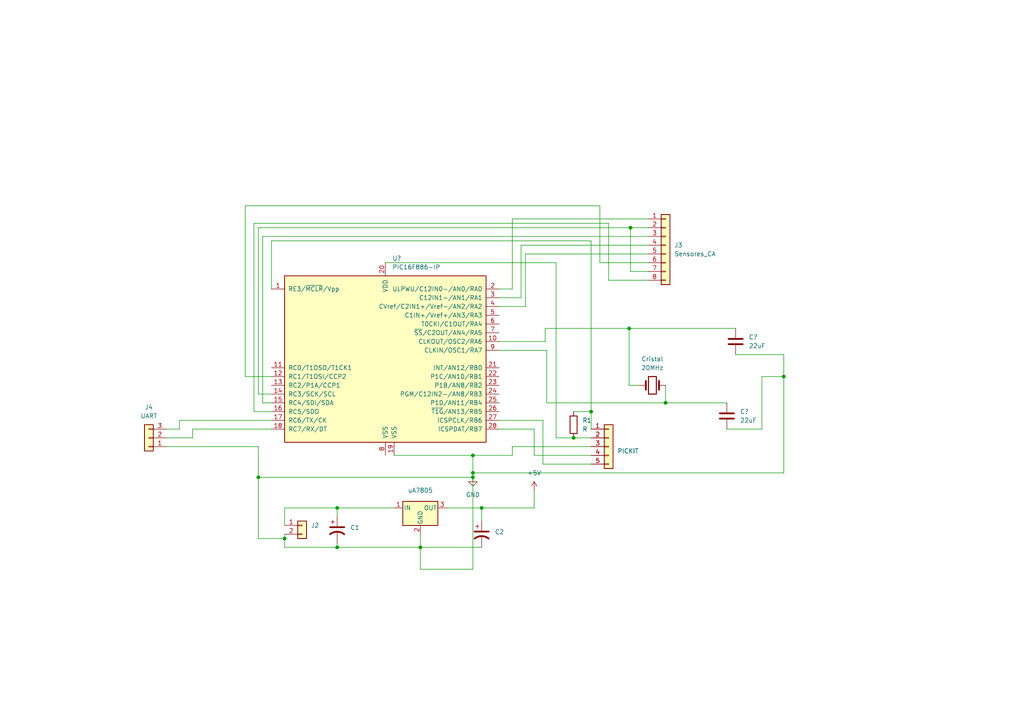
<source format=kicad_sch>
(kicad_sch (version 20230121) (generator eeschema)

  (uuid a64528bd-9400-42f2-b76e-bd362f66e6fd)

  (paper "A4")

  (lib_symbols
    (symbol "Connector_Generic:Conn_01x02" (pin_names (offset 1.016) hide) (in_bom yes) (on_board yes)
      (property "Reference" "J" (at 0 2.54 0)
        (effects (font (size 1.27 1.27)))
      )
      (property "Value" "Conn_01x02" (at 0 -5.08 0)
        (effects (font (size 1.27 1.27)))
      )
      (property "Footprint" "" (at 0 0 0)
        (effects (font (size 1.27 1.27)) hide)
      )
      (property "Datasheet" "~" (at 0 0 0)
        (effects (font (size 1.27 1.27)) hide)
      )
      (property "ki_keywords" "connector" (at 0 0 0)
        (effects (font (size 1.27 1.27)) hide)
      )
      (property "ki_description" "Generic connector, single row, 01x02, script generated (kicad-library-utils/schlib/autogen/connector/)" (at 0 0 0)
        (effects (font (size 1.27 1.27)) hide)
      )
      (property "ki_fp_filters" "Connector*:*_1x??_*" (at 0 0 0)
        (effects (font (size 1.27 1.27)) hide)
      )
      (symbol "Conn_01x02_1_1"
        (rectangle (start -1.27 -2.413) (end 0 -2.667)
          (stroke (width 0.1524) (type default))
          (fill (type none))
        )
        (rectangle (start -1.27 0.127) (end 0 -0.127)
          (stroke (width 0.1524) (type default))
          (fill (type none))
        )
        (rectangle (start -1.27 1.27) (end 1.27 -3.81)
          (stroke (width 0.254) (type default))
          (fill (type background))
        )
        (pin passive line (at -5.08 0 0) (length 3.81)
          (name "Pin_1" (effects (font (size 1.27 1.27))))
          (number "1" (effects (font (size 1.27 1.27))))
        )
        (pin passive line (at -5.08 -2.54 0) (length 3.81)
          (name "Pin_2" (effects (font (size 1.27 1.27))))
          (number "2" (effects (font (size 1.27 1.27))))
        )
      )
    )
    (symbol "Connector_Generic:Conn_01x03" (pin_names (offset 1.016) hide) (in_bom yes) (on_board yes)
      (property "Reference" "J" (at 0 5.08 0)
        (effects (font (size 1.27 1.27)))
      )
      (property "Value" "Conn_01x03" (at 0 -5.08 0)
        (effects (font (size 1.27 1.27)))
      )
      (property "Footprint" "" (at 0 0 0)
        (effects (font (size 1.27 1.27)) hide)
      )
      (property "Datasheet" "~" (at 0 0 0)
        (effects (font (size 1.27 1.27)) hide)
      )
      (property "ki_keywords" "connector" (at 0 0 0)
        (effects (font (size 1.27 1.27)) hide)
      )
      (property "ki_description" "Generic connector, single row, 01x03, script generated (kicad-library-utils/schlib/autogen/connector/)" (at 0 0 0)
        (effects (font (size 1.27 1.27)) hide)
      )
      (property "ki_fp_filters" "Connector*:*_1x??_*" (at 0 0 0)
        (effects (font (size 1.27 1.27)) hide)
      )
      (symbol "Conn_01x03_1_1"
        (rectangle (start -1.27 -2.413) (end 0 -2.667)
          (stroke (width 0.1524) (type default))
          (fill (type none))
        )
        (rectangle (start -1.27 0.127) (end 0 -0.127)
          (stroke (width 0.1524) (type default))
          (fill (type none))
        )
        (rectangle (start -1.27 2.667) (end 0 2.413)
          (stroke (width 0.1524) (type default))
          (fill (type none))
        )
        (rectangle (start -1.27 3.81) (end 1.27 -3.81)
          (stroke (width 0.254) (type default))
          (fill (type background))
        )
        (pin passive line (at -5.08 2.54 0) (length 3.81)
          (name "Pin_1" (effects (font (size 1.27 1.27))))
          (number "1" (effects (font (size 1.27 1.27))))
        )
        (pin passive line (at -5.08 0 0) (length 3.81)
          (name "Pin_2" (effects (font (size 1.27 1.27))))
          (number "2" (effects (font (size 1.27 1.27))))
        )
        (pin passive line (at -5.08 -2.54 0) (length 3.81)
          (name "Pin_3" (effects (font (size 1.27 1.27))))
          (number "3" (effects (font (size 1.27 1.27))))
        )
      )
    )
    (symbol "Connector_Generic:Conn_01x05" (pin_names (offset 1.016) hide) (in_bom yes) (on_board yes)
      (property "Reference" "J" (at 0 7.62 0)
        (effects (font (size 1.27 1.27)))
      )
      (property "Value" "Conn_01x05" (at 0 -7.62 0)
        (effects (font (size 1.27 1.27)))
      )
      (property "Footprint" "" (at 0 0 0)
        (effects (font (size 1.27 1.27)) hide)
      )
      (property "Datasheet" "~" (at 0 0 0)
        (effects (font (size 1.27 1.27)) hide)
      )
      (property "ki_keywords" "connector" (at 0 0 0)
        (effects (font (size 1.27 1.27)) hide)
      )
      (property "ki_description" "Generic connector, single row, 01x05, script generated (kicad-library-utils/schlib/autogen/connector/)" (at 0 0 0)
        (effects (font (size 1.27 1.27)) hide)
      )
      (property "ki_fp_filters" "Connector*:*_1x??_*" (at 0 0 0)
        (effects (font (size 1.27 1.27)) hide)
      )
      (symbol "Conn_01x05_1_1"
        (rectangle (start -1.27 -4.953) (end 0 -5.207)
          (stroke (width 0.1524) (type default))
          (fill (type none))
        )
        (rectangle (start -1.27 -2.413) (end 0 -2.667)
          (stroke (width 0.1524) (type default))
          (fill (type none))
        )
        (rectangle (start -1.27 0.127) (end 0 -0.127)
          (stroke (width 0.1524) (type default))
          (fill (type none))
        )
        (rectangle (start -1.27 2.667) (end 0 2.413)
          (stroke (width 0.1524) (type default))
          (fill (type none))
        )
        (rectangle (start -1.27 5.207) (end 0 4.953)
          (stroke (width 0.1524) (type default))
          (fill (type none))
        )
        (rectangle (start -1.27 6.35) (end 1.27 -6.35)
          (stroke (width 0.254) (type default))
          (fill (type background))
        )
        (pin passive line (at -5.08 5.08 0) (length 3.81)
          (name "Pin_1" (effects (font (size 1.27 1.27))))
          (number "1" (effects (font (size 1.27 1.27))))
        )
        (pin passive line (at -5.08 2.54 0) (length 3.81)
          (name "Pin_2" (effects (font (size 1.27 1.27))))
          (number "2" (effects (font (size 1.27 1.27))))
        )
        (pin passive line (at -5.08 0 0) (length 3.81)
          (name "Pin_3" (effects (font (size 1.27 1.27))))
          (number "3" (effects (font (size 1.27 1.27))))
        )
        (pin passive line (at -5.08 -2.54 0) (length 3.81)
          (name "Pin_4" (effects (font (size 1.27 1.27))))
          (number "4" (effects (font (size 1.27 1.27))))
        )
        (pin passive line (at -5.08 -5.08 0) (length 3.81)
          (name "Pin_5" (effects (font (size 1.27 1.27))))
          (number "5" (effects (font (size 1.27 1.27))))
        )
      )
    )
    (symbol "Connector_Generic:Conn_01x08" (pin_names (offset 1.016) hide) (in_bom yes) (on_board yes)
      (property "Reference" "J" (at 0 10.16 0)
        (effects (font (size 1.27 1.27)))
      )
      (property "Value" "Conn_01x08" (at 0 -12.7 0)
        (effects (font (size 1.27 1.27)))
      )
      (property "Footprint" "" (at 0 0 0)
        (effects (font (size 1.27 1.27)) hide)
      )
      (property "Datasheet" "~" (at 0 0 0)
        (effects (font (size 1.27 1.27)) hide)
      )
      (property "ki_keywords" "connector" (at 0 0 0)
        (effects (font (size 1.27 1.27)) hide)
      )
      (property "ki_description" "Generic connector, single row, 01x08, script generated (kicad-library-utils/schlib/autogen/connector/)" (at 0 0 0)
        (effects (font (size 1.27 1.27)) hide)
      )
      (property "ki_fp_filters" "Connector*:*_1x??_*" (at 0 0 0)
        (effects (font (size 1.27 1.27)) hide)
      )
      (symbol "Conn_01x08_1_1"
        (rectangle (start -1.27 -10.033) (end 0 -10.287)
          (stroke (width 0.1524) (type default))
          (fill (type none))
        )
        (rectangle (start -1.27 -7.493) (end 0 -7.747)
          (stroke (width 0.1524) (type default))
          (fill (type none))
        )
        (rectangle (start -1.27 -4.953) (end 0 -5.207)
          (stroke (width 0.1524) (type default))
          (fill (type none))
        )
        (rectangle (start -1.27 -2.413) (end 0 -2.667)
          (stroke (width 0.1524) (type default))
          (fill (type none))
        )
        (rectangle (start -1.27 0.127) (end 0 -0.127)
          (stroke (width 0.1524) (type default))
          (fill (type none))
        )
        (rectangle (start -1.27 2.667) (end 0 2.413)
          (stroke (width 0.1524) (type default))
          (fill (type none))
        )
        (rectangle (start -1.27 5.207) (end 0 4.953)
          (stroke (width 0.1524) (type default))
          (fill (type none))
        )
        (rectangle (start -1.27 7.747) (end 0 7.493)
          (stroke (width 0.1524) (type default))
          (fill (type none))
        )
        (rectangle (start -1.27 8.89) (end 1.27 -11.43)
          (stroke (width 0.254) (type default))
          (fill (type background))
        )
        (pin passive line (at -5.08 7.62 0) (length 3.81)
          (name "Pin_1" (effects (font (size 1.27 1.27))))
          (number "1" (effects (font (size 1.27 1.27))))
        )
        (pin passive line (at -5.08 5.08 0) (length 3.81)
          (name "Pin_2" (effects (font (size 1.27 1.27))))
          (number "2" (effects (font (size 1.27 1.27))))
        )
        (pin passive line (at -5.08 2.54 0) (length 3.81)
          (name "Pin_3" (effects (font (size 1.27 1.27))))
          (number "3" (effects (font (size 1.27 1.27))))
        )
        (pin passive line (at -5.08 0 0) (length 3.81)
          (name "Pin_4" (effects (font (size 1.27 1.27))))
          (number "4" (effects (font (size 1.27 1.27))))
        )
        (pin passive line (at -5.08 -2.54 0) (length 3.81)
          (name "Pin_5" (effects (font (size 1.27 1.27))))
          (number "5" (effects (font (size 1.27 1.27))))
        )
        (pin passive line (at -5.08 -5.08 0) (length 3.81)
          (name "Pin_6" (effects (font (size 1.27 1.27))))
          (number "6" (effects (font (size 1.27 1.27))))
        )
        (pin passive line (at -5.08 -7.62 0) (length 3.81)
          (name "Pin_7" (effects (font (size 1.27 1.27))))
          (number "7" (effects (font (size 1.27 1.27))))
        )
        (pin passive line (at -5.08 -10.16 0) (length 3.81)
          (name "Pin_8" (effects (font (size 1.27 1.27))))
          (number "8" (effects (font (size 1.27 1.27))))
        )
      )
    )
    (symbol "Device:C" (pin_numbers hide) (pin_names (offset 0.254)) (in_bom yes) (on_board yes)
      (property "Reference" "C" (at 0.635 2.54 0)
        (effects (font (size 1.27 1.27)) (justify left))
      )
      (property "Value" "C" (at 0.635 -2.54 0)
        (effects (font (size 1.27 1.27)) (justify left))
      )
      (property "Footprint" "" (at 0.9652 -3.81 0)
        (effects (font (size 1.27 1.27)) hide)
      )
      (property "Datasheet" "~" (at 0 0 0)
        (effects (font (size 1.27 1.27)) hide)
      )
      (property "ki_keywords" "cap capacitor" (at 0 0 0)
        (effects (font (size 1.27 1.27)) hide)
      )
      (property "ki_description" "Unpolarized capacitor" (at 0 0 0)
        (effects (font (size 1.27 1.27)) hide)
      )
      (property "ki_fp_filters" "C_*" (at 0 0 0)
        (effects (font (size 1.27 1.27)) hide)
      )
      (symbol "C_0_1"
        (polyline
          (pts
            (xy -2.032 -0.762)
            (xy 2.032 -0.762)
          )
          (stroke (width 0.508) (type default))
          (fill (type none))
        )
        (polyline
          (pts
            (xy -2.032 0.762)
            (xy 2.032 0.762)
          )
          (stroke (width 0.508) (type default))
          (fill (type none))
        )
      )
      (symbol "C_1_1"
        (pin passive line (at 0 3.81 270) (length 2.794)
          (name "~" (effects (font (size 1.27 1.27))))
          (number "1" (effects (font (size 1.27 1.27))))
        )
        (pin passive line (at 0 -3.81 90) (length 2.794)
          (name "~" (effects (font (size 1.27 1.27))))
          (number "2" (effects (font (size 1.27 1.27))))
        )
      )
    )
    (symbol "Device:C_Polarized_US" (pin_numbers hide) (pin_names (offset 0.254) hide) (in_bom yes) (on_board yes)
      (property "Reference" "C" (at 0.635 2.54 0)
        (effects (font (size 1.27 1.27)) (justify left))
      )
      (property "Value" "C_Polarized_US" (at 0.635 -2.54 0)
        (effects (font (size 1.27 1.27)) (justify left))
      )
      (property "Footprint" "" (at 0 0 0)
        (effects (font (size 1.27 1.27)) hide)
      )
      (property "Datasheet" "~" (at 0 0 0)
        (effects (font (size 1.27 1.27)) hide)
      )
      (property "ki_keywords" "cap capacitor" (at 0 0 0)
        (effects (font (size 1.27 1.27)) hide)
      )
      (property "ki_description" "Polarized capacitor, US symbol" (at 0 0 0)
        (effects (font (size 1.27 1.27)) hide)
      )
      (property "ki_fp_filters" "CP_*" (at 0 0 0)
        (effects (font (size 1.27 1.27)) hide)
      )
      (symbol "C_Polarized_US_0_1"
        (polyline
          (pts
            (xy -2.032 0.762)
            (xy 2.032 0.762)
          )
          (stroke (width 0.508) (type default))
          (fill (type none))
        )
        (polyline
          (pts
            (xy -1.778 2.286)
            (xy -0.762 2.286)
          )
          (stroke (width 0) (type default))
          (fill (type none))
        )
        (polyline
          (pts
            (xy -1.27 1.778)
            (xy -1.27 2.794)
          )
          (stroke (width 0) (type default))
          (fill (type none))
        )
        (arc (start 2.032 -1.27) (mid 0 -0.5572) (end -2.032 -1.27)
          (stroke (width 0.508) (type default))
          (fill (type none))
        )
      )
      (symbol "C_Polarized_US_1_1"
        (pin passive line (at 0 3.81 270) (length 2.794)
          (name "~" (effects (font (size 1.27 1.27))))
          (number "1" (effects (font (size 1.27 1.27))))
        )
        (pin passive line (at 0 -3.81 90) (length 3.302)
          (name "~" (effects (font (size 1.27 1.27))))
          (number "2" (effects (font (size 1.27 1.27))))
        )
      )
    )
    (symbol "Device:Crystal" (pin_numbers hide) (pin_names (offset 1.016) hide) (in_bom yes) (on_board yes)
      (property "Reference" "Y" (at 0 3.81 0)
        (effects (font (size 1.27 1.27)))
      )
      (property "Value" "Crystal" (at 0 -3.81 0)
        (effects (font (size 1.27 1.27)))
      )
      (property "Footprint" "" (at 0 0 0)
        (effects (font (size 1.27 1.27)) hide)
      )
      (property "Datasheet" "~" (at 0 0 0)
        (effects (font (size 1.27 1.27)) hide)
      )
      (property "ki_keywords" "quartz ceramic resonator oscillator" (at 0 0 0)
        (effects (font (size 1.27 1.27)) hide)
      )
      (property "ki_description" "Two pin crystal" (at 0 0 0)
        (effects (font (size 1.27 1.27)) hide)
      )
      (property "ki_fp_filters" "Crystal*" (at 0 0 0)
        (effects (font (size 1.27 1.27)) hide)
      )
      (symbol "Crystal_0_1"
        (rectangle (start -1.143 2.54) (end 1.143 -2.54)
          (stroke (width 0.3048) (type default))
          (fill (type none))
        )
        (polyline
          (pts
            (xy -2.54 0)
            (xy -1.905 0)
          )
          (stroke (width 0) (type default))
          (fill (type none))
        )
        (polyline
          (pts
            (xy -1.905 -1.27)
            (xy -1.905 1.27)
          )
          (stroke (width 0.508) (type default))
          (fill (type none))
        )
        (polyline
          (pts
            (xy 1.905 -1.27)
            (xy 1.905 1.27)
          )
          (stroke (width 0.508) (type default))
          (fill (type none))
        )
        (polyline
          (pts
            (xy 2.54 0)
            (xy 1.905 0)
          )
          (stroke (width 0) (type default))
          (fill (type none))
        )
      )
      (symbol "Crystal_1_1"
        (pin passive line (at -3.81 0 0) (length 1.27)
          (name "1" (effects (font (size 1.27 1.27))))
          (number "1" (effects (font (size 1.27 1.27))))
        )
        (pin passive line (at 3.81 0 180) (length 1.27)
          (name "2" (effects (font (size 1.27 1.27))))
          (number "2" (effects (font (size 1.27 1.27))))
        )
      )
    )
    (symbol "Device:R" (pin_numbers hide) (pin_names (offset 0)) (in_bom yes) (on_board yes)
      (property "Reference" "R" (at 2.032 0 90)
        (effects (font (size 1.27 1.27)))
      )
      (property "Value" "R" (at 0 0 90)
        (effects (font (size 1.27 1.27)))
      )
      (property "Footprint" "" (at -1.778 0 90)
        (effects (font (size 1.27 1.27)) hide)
      )
      (property "Datasheet" "~" (at 0 0 0)
        (effects (font (size 1.27 1.27)) hide)
      )
      (property "ki_keywords" "R res resistor" (at 0 0 0)
        (effects (font (size 1.27 1.27)) hide)
      )
      (property "ki_description" "Resistor" (at 0 0 0)
        (effects (font (size 1.27 1.27)) hide)
      )
      (property "ki_fp_filters" "R_*" (at 0 0 0)
        (effects (font (size 1.27 1.27)) hide)
      )
      (symbol "R_0_1"
        (rectangle (start -1.016 -2.54) (end 1.016 2.54)
          (stroke (width 0.254) (type default))
          (fill (type none))
        )
      )
      (symbol "R_1_1"
        (pin passive line (at 0 3.81 270) (length 1.27)
          (name "~" (effects (font (size 1.27 1.27))))
          (number "1" (effects (font (size 1.27 1.27))))
        )
        (pin passive line (at 0 -3.81 90) (length 1.27)
          (name "~" (effects (font (size 1.27 1.27))))
          (number "2" (effects (font (size 1.27 1.27))))
        )
      )
    )
    (symbol "MCU_Microchip_PIC16:PIC16F886-IP" (pin_names (offset 1.016)) (in_bom yes) (on_board yes)
      (property "Reference" "U" (at 13.97 27.94 0)
        (effects (font (size 1.27 1.27)) (justify left))
      )
      (property "Value" "PIC16F886-IP" (at 13.97 25.4 0)
        (effects (font (size 1.27 1.27)) (justify left))
      )
      (property "Footprint" "" (at 0 0 0)
        (effects (font (size 1.27 1.27) italic) hide)
      )
      (property "Datasheet" "http://ww1.microchip.com/downloads/en/DeviceDoc/41291D.pdf" (at 0 -5.08 0)
        (effects (font (size 1.27 1.27)) hide)
      )
      (property "ki_keywords" "Flash-Based 8-Bit CMOS Microcontroller" (at 0 0 0)
        (effects (font (size 1.27 1.27)) hide)
      )
      (property "ki_description" "8K Flash, 256B SRAM, 256B EEPROM, XLP, DIP28" (at 0 0 0)
        (effects (font (size 1.27 1.27)) hide)
      )
      (property "ki_fp_filters" "DIP* PDIP*" (at 0 0 0)
        (effects (font (size 1.27 1.27)) hide)
      )
      (symbol "PIC16F886-IP_0_1"
        (rectangle (start -29.21 24.13) (end 29.21 -24.13)
          (stroke (width 0.254) (type default))
          (fill (type background))
        )
      )
      (symbol "PIC16F886-IP_1_1"
        (pin bidirectional line (at -33.02 20.32 0) (length 3.81)
          (name "RE3/~{MCLR}/Vpp" (effects (font (size 1.27 1.27))))
          (number "1" (effects (font (size 1.27 1.27))))
        )
        (pin bidirectional line (at 33.02 5.08 180) (length 3.81)
          (name "CLKOUT/OSC2/RA6" (effects (font (size 1.27 1.27))))
          (number "10" (effects (font (size 1.27 1.27))))
        )
        (pin bidirectional line (at -33.02 -2.54 0) (length 3.81)
          (name "RC0/T1OSO/T1CK1" (effects (font (size 1.27 1.27))))
          (number "11" (effects (font (size 1.27 1.27))))
        )
        (pin bidirectional line (at -33.02 -5.08 0) (length 3.81)
          (name "RC1/T1OSI/CCP2" (effects (font (size 1.27 1.27))))
          (number "12" (effects (font (size 1.27 1.27))))
        )
        (pin bidirectional line (at -33.02 -7.62 0) (length 3.81)
          (name "RC2/P1A/CCP1" (effects (font (size 1.27 1.27))))
          (number "13" (effects (font (size 1.27 1.27))))
        )
        (pin bidirectional line (at -33.02 -10.16 0) (length 3.81)
          (name "RC3/SCK/SCL" (effects (font (size 1.27 1.27))))
          (number "14" (effects (font (size 1.27 1.27))))
        )
        (pin bidirectional line (at -33.02 -12.7 0) (length 3.81)
          (name "RC4/SDI/SDA" (effects (font (size 1.27 1.27))))
          (number "15" (effects (font (size 1.27 1.27))))
        )
        (pin bidirectional line (at -33.02 -15.24 0) (length 3.81)
          (name "RC5/SDO" (effects (font (size 1.27 1.27))))
          (number "16" (effects (font (size 1.27 1.27))))
        )
        (pin bidirectional line (at -33.02 -17.78 0) (length 3.81)
          (name "RC6/TX/CK" (effects (font (size 1.27 1.27))))
          (number "17" (effects (font (size 1.27 1.27))))
        )
        (pin bidirectional line (at -33.02 -20.32 0) (length 3.81)
          (name "RC7/RX/DT" (effects (font (size 1.27 1.27))))
          (number "18" (effects (font (size 1.27 1.27))))
        )
        (pin power_in line (at 2.54 -27.94 90) (length 3.81)
          (name "VSS" (effects (font (size 1.27 1.27))))
          (number "19" (effects (font (size 1.27 1.27))))
        )
        (pin bidirectional line (at 33.02 20.32 180) (length 3.81)
          (name "ULPWU/C12IN0-/AN0/RA0" (effects (font (size 1.27 1.27))))
          (number "2" (effects (font (size 1.27 1.27))))
        )
        (pin power_in line (at 0 27.94 270) (length 3.81)
          (name "VDD" (effects (font (size 1.27 1.27))))
          (number "20" (effects (font (size 1.27 1.27))))
        )
        (pin bidirectional line (at 33.02 -2.54 180) (length 3.81)
          (name "INT/AN12/RB0" (effects (font (size 1.27 1.27))))
          (number "21" (effects (font (size 1.27 1.27))))
        )
        (pin bidirectional line (at 33.02 -5.08 180) (length 3.81)
          (name "P1C/AN10/RB1" (effects (font (size 1.27 1.27))))
          (number "22" (effects (font (size 1.27 1.27))))
        )
        (pin bidirectional line (at 33.02 -7.62 180) (length 3.81)
          (name "P1B/AN8/RB2" (effects (font (size 1.27 1.27))))
          (number "23" (effects (font (size 1.27 1.27))))
        )
        (pin bidirectional line (at 33.02 -10.16 180) (length 3.81)
          (name "PGM/C12IN2-/AN8/RB3" (effects (font (size 1.27 1.27))))
          (number "24" (effects (font (size 1.27 1.27))))
        )
        (pin bidirectional line (at 33.02 -12.7 180) (length 3.81)
          (name "P1D/AN11/RB4" (effects (font (size 1.27 1.27))))
          (number "25" (effects (font (size 1.27 1.27))))
        )
        (pin bidirectional line (at 33.02 -15.24 180) (length 3.81)
          (name "~{T1G}/AN13/RB5" (effects (font (size 1.27 1.27))))
          (number "26" (effects (font (size 1.27 1.27))))
        )
        (pin bidirectional line (at 33.02 -17.78 180) (length 3.81)
          (name "ICSPCLK/RB6" (effects (font (size 1.27 1.27))))
          (number "27" (effects (font (size 1.27 1.27))))
        )
        (pin bidirectional line (at 33.02 -20.32 180) (length 3.81)
          (name "ICSPDAT/RB7" (effects (font (size 1.27 1.27))))
          (number "28" (effects (font (size 1.27 1.27))))
        )
        (pin bidirectional line (at 33.02 17.78 180) (length 3.81)
          (name "C12IN1-/AN1/RA1" (effects (font (size 1.27 1.27))))
          (number "3" (effects (font (size 1.27 1.27))))
        )
        (pin bidirectional line (at 33.02 15.24 180) (length 3.81)
          (name "CVref/C2IN1+/Vref-/AN2/RA2" (effects (font (size 1.27 1.27))))
          (number "4" (effects (font (size 1.27 1.27))))
        )
        (pin bidirectional line (at 33.02 12.7 180) (length 3.81)
          (name "C1IN+/Vref+/AN3/RA3" (effects (font (size 1.27 1.27))))
          (number "5" (effects (font (size 1.27 1.27))))
        )
        (pin bidirectional line (at 33.02 10.16 180) (length 3.81)
          (name "T0CKI/C1OUT/RA4" (effects (font (size 1.27 1.27))))
          (number "6" (effects (font (size 1.27 1.27))))
        )
        (pin bidirectional line (at 33.02 7.62 180) (length 3.81)
          (name "~{SS}/C2OUT/AN4/RA5" (effects (font (size 1.27 1.27))))
          (number "7" (effects (font (size 1.27 1.27))))
        )
        (pin power_in line (at 0 -27.94 90) (length 3.81)
          (name "VSS" (effects (font (size 1.27 1.27))))
          (number "8" (effects (font (size 1.27 1.27))))
        )
        (pin input line (at 33.02 2.54 180) (length 3.81)
          (name "CLKIN/OSC1/RA7" (effects (font (size 1.27 1.27))))
          (number "9" (effects (font (size 1.27 1.27))))
        )
      )
    )
    (symbol "Regulator_Linear:uA7805" (pin_names (offset 0.254)) (in_bom yes) (on_board yes)
      (property "Reference" "U" (at -3.81 3.175 0)
        (effects (font (size 1.27 1.27)))
      )
      (property "Value" "uA7805" (at 0 3.175 0)
        (effects (font (size 1.27 1.27)) (justify left))
      )
      (property "Footprint" "" (at 0.635 -3.81 0)
        (effects (font (size 1.27 1.27) italic) (justify left) hide)
      )
      (property "Datasheet" "http://www.ti.com/lit/ds/symlink/ua78.pdf" (at 0 -1.27 0)
        (effects (font (size 1.27 1.27)) hide)
      )
      (property "ki_keywords" "Voltage Regulator 1A Positive" (at 0 0 0)
        (effects (font (size 1.27 1.27)) hide)
      )
      (property "ki_description" "Positive 1A 35V Linear Regulator, Fixed Output 5V, TO-220/TO-263" (at 0 0 0)
        (effects (font (size 1.27 1.27)) hide)
      )
      (property "ki_fp_filters" "TO?263* TO?220*" (at 0 0 0)
        (effects (font (size 1.27 1.27)) hide)
      )
      (symbol "uA7805_0_1"
        (rectangle (start -5.08 1.905) (end 5.08 -5.08)
          (stroke (width 0.254) (type default))
          (fill (type background))
        )
      )
      (symbol "uA7805_1_1"
        (pin power_in line (at -7.62 0 0) (length 2.54)
          (name "IN" (effects (font (size 1.27 1.27))))
          (number "1" (effects (font (size 1.27 1.27))))
        )
        (pin power_in line (at 0 -7.62 90) (length 2.54)
          (name "GND" (effects (font (size 1.27 1.27))))
          (number "2" (effects (font (size 1.27 1.27))))
        )
        (pin power_out line (at 7.62 0 180) (length 2.54)
          (name "OUT" (effects (font (size 1.27 1.27))))
          (number "3" (effects (font (size 1.27 1.27))))
        )
      )
    )
    (symbol "power:+5V" (power) (pin_names (offset 0)) (in_bom yes) (on_board yes)
      (property "Reference" "#PWR" (at 0 -3.81 0)
        (effects (font (size 1.27 1.27)) hide)
      )
      (property "Value" "+5V" (at 0 3.556 0)
        (effects (font (size 1.27 1.27)))
      )
      (property "Footprint" "" (at 0 0 0)
        (effects (font (size 1.27 1.27)) hide)
      )
      (property "Datasheet" "" (at 0 0 0)
        (effects (font (size 1.27 1.27)) hide)
      )
      (property "ki_keywords" "global power" (at 0 0 0)
        (effects (font (size 1.27 1.27)) hide)
      )
      (property "ki_description" "Power symbol creates a global label with name \"+5V\"" (at 0 0 0)
        (effects (font (size 1.27 1.27)) hide)
      )
      (symbol "+5V_0_1"
        (polyline
          (pts
            (xy -0.762 1.27)
            (xy 0 2.54)
          )
          (stroke (width 0) (type default))
          (fill (type none))
        )
        (polyline
          (pts
            (xy 0 0)
            (xy 0 2.54)
          )
          (stroke (width 0) (type default))
          (fill (type none))
        )
        (polyline
          (pts
            (xy 0 2.54)
            (xy 0.762 1.27)
          )
          (stroke (width 0) (type default))
          (fill (type none))
        )
      )
      (symbol "+5V_1_1"
        (pin power_in line (at 0 0 90) (length 0) hide
          (name "+5V" (effects (font (size 1.27 1.27))))
          (number "1" (effects (font (size 1.27 1.27))))
        )
      )
    )
    (symbol "power:GND" (power) (pin_names (offset 0)) (in_bom yes) (on_board yes)
      (property "Reference" "#PWR" (at 0 -6.35 0)
        (effects (font (size 1.27 1.27)) hide)
      )
      (property "Value" "GND" (at 0 -3.81 0)
        (effects (font (size 1.27 1.27)))
      )
      (property "Footprint" "" (at 0 0 0)
        (effects (font (size 1.27 1.27)) hide)
      )
      (property "Datasheet" "" (at 0 0 0)
        (effects (font (size 1.27 1.27)) hide)
      )
      (property "ki_keywords" "global power" (at 0 0 0)
        (effects (font (size 1.27 1.27)) hide)
      )
      (property "ki_description" "Power symbol creates a global label with name \"GND\" , ground" (at 0 0 0)
        (effects (font (size 1.27 1.27)) hide)
      )
      (symbol "GND_0_1"
        (polyline
          (pts
            (xy 0 0)
            (xy 0 -1.27)
            (xy 1.27 -1.27)
            (xy 0 -2.54)
            (xy -1.27 -1.27)
            (xy 0 -1.27)
          )
          (stroke (width 0) (type default))
          (fill (type none))
        )
      )
      (symbol "GND_1_1"
        (pin power_in line (at 0 0 270) (length 0) hide
          (name "GND" (effects (font (size 1.27 1.27))))
          (number "1" (effects (font (size 1.27 1.27))))
        )
      )
    )
  )

  (junction (at 227.33 109.22) (diameter 0) (color 0 0 0 0)
    (uuid 0381dc8b-e871-4519-a0e8-d04191a1d837)
  )
  (junction (at 137.16 138.43) (diameter 0) (color 0 0 0 0)
    (uuid 0710b384-7cea-49f2-81bf-6f655cbc3765)
  )
  (junction (at 82.55 156.21) (diameter 0) (color 0 0 0 0)
    (uuid 075224f3-ac5c-4768-9ea4-f724958d9cb5)
  )
  (junction (at 171.45 119.38) (diameter 0) (color 0 0 0 0)
    (uuid 0952f9bf-a9ae-4f34-9a4a-465d9672b58b)
  )
  (junction (at 182.4676 95.25) (diameter 0) (color 0 0 0 0)
    (uuid 3b19edcd-fb6b-43ca-b9f0-6ac128ae11c4)
  )
  (junction (at 97.79 158.75) (diameter 0) (color 0 0 0 0)
    (uuid 54b7f8bb-d6e2-4534-9506-7cc665143726)
  )
  (junction (at 74.93 138.43) (diameter 0) (color 0 0 0 0)
    (uuid 5ba1c211-498d-4330-a13c-c8e8cad240bd)
  )
  (junction (at 121.92 158.75) (diameter 0) (color 0 0 0 0)
    (uuid 67a40480-cd7a-4446-aacf-c49992ca57a0)
  )
  (junction (at 97.79 147.32) (diameter 0) (color 0 0 0 0)
    (uuid 907d307b-063e-46fa-9d58-7872c239029e)
  )
  (junction (at 137.16 137.16) (diameter 0) (color 0 0 0 0)
    (uuid 982b90f0-aa67-49e7-bb89-0fe31aee1fc3)
  )
  (junction (at 139.7 147.32) (diameter 0) (color 0 0 0 0)
    (uuid ade4bab2-211e-47a8-aa18-045b0086529d)
  )
  (junction (at 166.37 127) (diameter 0) (color 0 0 0 0)
    (uuid b241b0c5-764d-42d1-85f6-5a39810e030b)
  )
  (junction (at 193.04 116.84) (diameter 0) (color 0 0 0 0)
    (uuid cfcec41f-da60-4808-8339-e05f0975e21c)
  )
  (junction (at 182.88 66.04) (diameter 0) (color 0 0 0 0)
    (uuid e7cbad24-49b6-45b4-9e2d-dc6c45490fd8)
  )
  (junction (at 137.16 132.08) (diameter 0) (color 0 0 0 0)
    (uuid f51a3b6e-7df6-4f62-bb69-564f81fd9de1)
  )

  (wire (pts (xy 154.94 147.32) (xy 154.94 142.24))
    (stroke (width 0) (type default))
    (uuid 0e86650e-a97e-4294-a1ff-5d7b29298a89)
  )
  (wire (pts (xy 82.55 147.32) (xy 82.55 152.4))
    (stroke (width 0) (type default))
    (uuid 10bd671e-0348-4103-add6-a1a9c0a8eaaf)
  )
  (wire (pts (xy 114.3 147.32) (xy 97.79 147.32))
    (stroke (width 0) (type default))
    (uuid 11be6782-8f27-4385-8e17-c6715bd1f243)
  )
  (wire (pts (xy 52.07 121.92) (xy 78.74 121.92))
    (stroke (width 0) (type default))
    (uuid 1e43d00c-d657-45fb-9742-2542da931b87)
  )
  (wire (pts (xy 76.2 68.58) (xy 76.2 116.84))
    (stroke (width 0) (type default))
    (uuid 22820174-98be-435e-a581-89020c60752c)
  )
  (wire (pts (xy 182.4676 95.25) (xy 158.121 95.25))
    (stroke (width 0) (type default))
    (uuid 3279f17c-c42e-41b3-879f-e32de0eeafc3)
  )
  (wire (pts (xy 152.4 73.66) (xy 152.4 88.9))
    (stroke (width 0) (type default))
    (uuid 32cd1e4c-fbb2-4f95-94dd-5fcd47d5581e)
  )
  (wire (pts (xy 151.13 86.36) (xy 144.78 86.36))
    (stroke (width 0) (type default))
    (uuid 3919367f-2614-4688-85e7-6670e4e65cda)
  )
  (wire (pts (xy 220.98 109.22) (xy 227.33 109.22))
    (stroke (width 0) (type default))
    (uuid 3c089696-e989-4f2a-8084-bd615fb7446e)
  )
  (wire (pts (xy 82.55 147.32) (xy 97.79 147.32))
    (stroke (width 0) (type default))
    (uuid 3e684b94-a1ad-44ce-91ea-154239a025c3)
  )
  (wire (pts (xy 227.33 109.22) (xy 227.33 102.87))
    (stroke (width 0) (type default))
    (uuid 3ed07bdf-3e75-470c-9b2b-0e986bc3a540)
  )
  (wire (pts (xy 48.26 127) (xy 55.88 127))
    (stroke (width 0) (type default))
    (uuid 3f3f7021-c140-4395-94c5-d8298c3edf1c)
  )
  (wire (pts (xy 227.33 109.22) (xy 227.33 137.16))
    (stroke (width 0) (type default))
    (uuid 3f5db671-7ebc-4635-9a7e-d9b481668c7b)
  )
  (wire (pts (xy 148.59 132.08) (xy 148.59 129.54))
    (stroke (width 0) (type default))
    (uuid 4063fcaf-45d2-45ad-8427-39e58e52f2c5)
  )
  (wire (pts (xy 187.96 78.74) (xy 182.88 78.74))
    (stroke (width 0) (type default))
    (uuid 42e3f146-4fdd-488b-af8b-9536a471dc8e)
  )
  (wire (pts (xy 48.26 129.54) (xy 74.93 129.54))
    (stroke (width 0) (type default))
    (uuid 47b3b805-55b4-4586-8b3e-c173e2ba98e3)
  )
  (wire (pts (xy 187.96 68.58) (xy 76.2 68.58))
    (stroke (width 0) (type default))
    (uuid 47d123e8-8f95-4f7f-aa49-4659cc861ba1)
  )
  (wire (pts (xy 78.74 69.85) (xy 78.74 83.82))
    (stroke (width 0) (type default))
    (uuid 48836dcf-8613-4424-a4b6-c385ebff4d22)
  )
  (wire (pts (xy 148.59 129.54) (xy 171.45 129.54))
    (stroke (width 0) (type default))
    (uuid 48f68dff-e06b-4c2b-a102-397aad417559)
  )
  (wire (pts (xy 171.45 119.38) (xy 171.45 69.85))
    (stroke (width 0) (type default))
    (uuid 49b21891-b485-4a60-86ca-25a7d14ee0e4)
  )
  (wire (pts (xy 193.04 116.84) (xy 158.5833 116.84))
    (stroke (width 0) (type default))
    (uuid 4d65393c-e6b4-4f62-95d7-e5e07a361314)
  )
  (wire (pts (xy 97.79 158.75) (xy 121.92 158.75))
    (stroke (width 0) (type default))
    (uuid 5132402b-ead9-4ea4-93e5-3c87c1ce1220)
  )
  (wire (pts (xy 137.16 137.16) (xy 137.16 138.43))
    (stroke (width 0) (type default))
    (uuid 518318a8-62d4-422f-ae46-07a8db0b4a4b)
  )
  (wire (pts (xy 176.53 64.77) (xy 73.66 64.77))
    (stroke (width 0) (type default))
    (uuid 521c449f-921f-42d1-ae71-5d2cb7372135)
  )
  (wire (pts (xy 182.88 78.74) (xy 182.88 66.04))
    (stroke (width 0) (type default))
    (uuid 52c0d1f9-cf31-4781-a69b-c09f74c15409)
  )
  (wire (pts (xy 148.59 83.82) (xy 144.78 83.82))
    (stroke (width 0) (type default))
    (uuid 5667b63e-2ffd-42b5-bbf2-54bbd05b1d64)
  )
  (wire (pts (xy 161.29 127) (xy 166.37 127))
    (stroke (width 0) (type default))
    (uuid 58b60ce9-d248-4697-9776-226844faddba)
  )
  (wire (pts (xy 210.82 116.84) (xy 193.04 116.84))
    (stroke (width 0) (type default))
    (uuid 5d73cc6f-6f92-4362-8b08-4340122f9cb0)
  )
  (wire (pts (xy 187.96 63.5) (xy 148.59 63.5))
    (stroke (width 0) (type default))
    (uuid 5e6e569c-f0b9-4af0-aa63-d1bd68a505f4)
  )
  (wire (pts (xy 82.55 158.75) (xy 97.79 158.75))
    (stroke (width 0) (type default))
    (uuid 5f92064e-b927-4b78-a92a-7a69aa7eb869)
  )
  (wire (pts (xy 129.54 147.32) (xy 139.7 147.32))
    (stroke (width 0) (type default))
    (uuid 6729fa7c-8e68-4955-aa5d-a3be3eb20538)
  )
  (wire (pts (xy 55.88 127) (xy 55.88 124.46))
    (stroke (width 0) (type default))
    (uuid 676d1f4a-086e-41d2-9adb-201c99a79f6e)
  )
  (wire (pts (xy 73.66 119.38) (xy 78.74 119.38))
    (stroke (width 0) (type default))
    (uuid 68f97d5b-7fd9-41a8-a295-838c3c0858e8)
  )
  (wire (pts (xy 82.55 154.94) (xy 82.55 156.21))
    (stroke (width 0) (type default))
    (uuid 6a68933f-2ca6-4407-813b-8805d13d7e1d)
  )
  (wire (pts (xy 154.94 132.08) (xy 171.45 132.08))
    (stroke (width 0) (type default))
    (uuid 6a70f8b0-6871-47fc-8c1b-36b095febd0e)
  )
  (wire (pts (xy 74.93 156.21) (xy 82.55 156.21))
    (stroke (width 0) (type default))
    (uuid 6d3e8608-03be-4645-a6e7-f17517afa166)
  )
  (wire (pts (xy 182.88 66.04) (xy 74.93 66.04))
    (stroke (width 0) (type default))
    (uuid 70225cb9-8bcf-479d-a688-a12c49621288)
  )
  (wire (pts (xy 171.45 124.46) (xy 171.45 119.38))
    (stroke (width 0) (type default))
    (uuid 762b8722-82b3-42ec-a22a-57ca3c6b98d3)
  )
  (wire (pts (xy 173.99 76.2) (xy 173.99 59.69))
    (stroke (width 0) (type default))
    (uuid 79cbb2b3-5d37-4e2b-a351-e141da7c792f)
  )
  (wire (pts (xy 73.66 64.77) (xy 73.66 119.38))
    (stroke (width 0) (type default))
    (uuid 7ad5d45b-7ae9-4749-b324-65b1e3f4def3)
  )
  (wire (pts (xy 166.37 119.38) (xy 171.45 119.38))
    (stroke (width 0) (type default))
    (uuid 7b74f9c3-7056-4e89-9eb0-a1deef173a2e)
  )
  (wire (pts (xy 158.121 99.06) (xy 144.78 99.06))
    (stroke (width 0) (type default))
    (uuid 7d6a4fb3-24d3-473b-aaf3-9bb3f919427c)
  )
  (wire (pts (xy 71.12 109.22) (xy 78.74 109.22))
    (stroke (width 0) (type default))
    (uuid 7f1d3cfc-02d6-419d-97f7-7e19ad0694dd)
  )
  (wire (pts (xy 213.36 95.25) (xy 182.4676 95.25))
    (stroke (width 0) (type default))
    (uuid 7f88dfa2-898a-49a9-a5c2-f9a8abfe49fd)
  )
  (wire (pts (xy 187.96 76.2) (xy 173.99 76.2))
    (stroke (width 0) (type default))
    (uuid 81148d0e-8e51-4d38-bef2-25001f0bc0ad)
  )
  (wire (pts (xy 161.29 76.2) (xy 161.29 127))
    (stroke (width 0) (type default))
    (uuid 835ffaf9-6e1b-4795-bc97-14b5347b62ec)
  )
  (wire (pts (xy 210.82 124.46) (xy 220.98 124.46))
    (stroke (width 0) (type default))
    (uuid 8374e534-3a71-4ba1-9591-d9f4c4c0f15c)
  )
  (wire (pts (xy 182.4676 111.76) (xy 182.4676 95.25))
    (stroke (width 0) (type default))
    (uuid 83d444db-87d9-44a4-a610-59e56f467eea)
  )
  (wire (pts (xy 187.96 71.12) (xy 151.13 71.12))
    (stroke (width 0) (type default))
    (uuid 84095e63-ecc7-40ed-a171-a3c28ddadfc1)
  )
  (wire (pts (xy 74.93 114.3) (xy 78.74 114.3))
    (stroke (width 0) (type default))
    (uuid 85ae528f-70e6-4916-b6a7-9ff42daf9a41)
  )
  (wire (pts (xy 158.5833 101.6) (xy 144.78 101.6))
    (stroke (width 0) (type default))
    (uuid 863ad713-5463-4422-9d63-6722ebe484cc)
  )
  (wire (pts (xy 158.121 95.25) (xy 158.121 99.06))
    (stroke (width 0) (type default))
    (uuid 89949269-8ecd-44c9-8fe1-6763fe08ade3)
  )
  (wire (pts (xy 48.26 124.46) (xy 52.07 124.46))
    (stroke (width 0) (type default))
    (uuid 89dee8e5-8f44-47e3-bb9b-d8e99db08be5)
  )
  (wire (pts (xy 187.96 66.04) (xy 182.88 66.04))
    (stroke (width 0) (type default))
    (uuid 90ea6f2c-4d66-4d87-9074-25038cdc6e85)
  )
  (wire (pts (xy 220.98 124.46) (xy 220.98 109.22))
    (stroke (width 0) (type default))
    (uuid 93f613ff-409a-4a82-b72c-72d60ee8fd6d)
  )
  (wire (pts (xy 111.76 76.2) (xy 161.29 76.2))
    (stroke (width 0) (type default))
    (uuid 944601b2-0993-4e62-9bde-3bcda9c563f5)
  )
  (wire (pts (xy 187.96 73.66) (xy 152.4 73.66))
    (stroke (width 0) (type default))
    (uuid 9a23eaa1-5ff4-447c-b664-9373523e3434)
  )
  (wire (pts (xy 227.33 137.16) (xy 137.16 137.16))
    (stroke (width 0) (type default))
    (uuid 9c4654db-3624-4c7b-99f9-c831745df7b1)
  )
  (wire (pts (xy 74.93 66.04) (xy 74.93 114.3))
    (stroke (width 0) (type default))
    (uuid a1a3bcdc-a078-4367-a340-3f27c6c0f05a)
  )
  (wire (pts (xy 114.3 132.08) (xy 137.16 132.08))
    (stroke (width 0) (type default))
    (uuid a2ac191a-dcc7-4c8c-b060-c0079c18c17c)
  )
  (wire (pts (xy 121.92 165.1) (xy 137.16 165.1))
    (stroke (width 0) (type default))
    (uuid a2f65458-6870-4a0f-932e-4f5675f19c3b)
  )
  (wire (pts (xy 137.16 132.08) (xy 137.16 137.16))
    (stroke (width 0) (type default))
    (uuid a3a3a732-3846-4f81-9050-66689debd7cf)
  )
  (wire (pts (xy 148.59 63.5) (xy 148.59 83.82))
    (stroke (width 0) (type default))
    (uuid a79fd2c5-e78e-4bb7-aebe-a98914e0de97)
  )
  (wire (pts (xy 144.78 124.46) (xy 154.94 124.46))
    (stroke (width 0) (type default))
    (uuid af3467cf-e8ae-48b2-bbf2-b625d880155d)
  )
  (wire (pts (xy 185.42 111.76) (xy 182.4676 111.76))
    (stroke (width 0) (type default))
    (uuid b109460c-574b-4688-859e-10fdb076726c)
  )
  (wire (pts (xy 154.94 124.46) (xy 154.94 132.08))
    (stroke (width 0) (type default))
    (uuid b307c3b9-8c5c-4c33-92a6-2d8e2b5903c2)
  )
  (wire (pts (xy 139.7 147.32) (xy 139.7 151.13))
    (stroke (width 0) (type default))
    (uuid b5991291-8fcb-45b8-9741-789d40e6545c)
  )
  (wire (pts (xy 144.78 121.92) (xy 157.48 121.92))
    (stroke (width 0) (type default))
    (uuid b7214819-dfcc-47b4-9f91-3d56f034e12c)
  )
  (wire (pts (xy 171.45 69.85) (xy 78.74 69.85))
    (stroke (width 0) (type default))
    (uuid b800c07a-25f7-49d3-8ddf-aab045be52df)
  )
  (wire (pts (xy 187.96 81.28) (xy 176.53 81.28))
    (stroke (width 0) (type default))
    (uuid b8e188f8-e17f-4778-9834-584928bf4b4d)
  )
  (wire (pts (xy 97.79 157.48) (xy 97.79 158.75))
    (stroke (width 0) (type default))
    (uuid c5ba1057-43cb-47d7-ae4b-9da613efda28)
  )
  (wire (pts (xy 166.37 127) (xy 171.45 127))
    (stroke (width 0) (type default))
    (uuid c5ead759-e62b-4744-b82a-5f0a3b57bc32)
  )
  (wire (pts (xy 176.53 81.28) (xy 176.53 64.77))
    (stroke (width 0) (type default))
    (uuid c8ea99a7-627a-41ec-bdd6-b23fb4c22886)
  )
  (wire (pts (xy 227.33 102.87) (xy 213.36 102.87))
    (stroke (width 0) (type default))
    (uuid cd9b0e78-fb2e-4f1e-a9ad-988736b9cac9)
  )
  (wire (pts (xy 157.48 121.92) (xy 157.48 134.62))
    (stroke (width 0) (type default))
    (uuid d4ef0581-f292-4847-8d14-a02604bc1611)
  )
  (wire (pts (xy 55.88 124.46) (xy 78.74 124.46))
    (stroke (width 0) (type default))
    (uuid d60fb76f-7c27-4f6e-82ea-29286c0f89c2)
  )
  (wire (pts (xy 74.93 129.54) (xy 74.93 138.43))
    (stroke (width 0) (type default))
    (uuid d7998d26-acfd-4232-b1d7-7159aa32c1f5)
  )
  (wire (pts (xy 82.55 156.21) (xy 82.55 158.75))
    (stroke (width 0) (type default))
    (uuid d9cfad7e-4608-4088-803c-68723331cd52)
  )
  (wire (pts (xy 193.04 111.76) (xy 193.04 116.84))
    (stroke (width 0) (type default))
    (uuid df50983f-14f6-4634-ae09-68a58d2bc1e9)
  )
  (wire (pts (xy 121.92 158.75) (xy 121.92 165.1))
    (stroke (width 0) (type default))
    (uuid e13bdb5b-4d46-4fca-8015-cf4cdb455011)
  )
  (wire (pts (xy 158.5833 116.84) (xy 158.5833 101.6))
    (stroke (width 0) (type default))
    (uuid e269eb27-98d2-4472-99dc-48a2fb123c07)
  )
  (wire (pts (xy 137.16 138.43) (xy 137.16 165.1))
    (stroke (width 0) (type default))
    (uuid e326a339-670d-4ff4-a531-0b35be5a63d6)
  )
  (wire (pts (xy 52.07 124.46) (xy 52.07 121.92))
    (stroke (width 0) (type default))
    (uuid e370baf9-a4c5-4165-a17b-e4573ca17ce4)
  )
  (wire (pts (xy 76.2 116.84) (xy 78.74 116.84))
    (stroke (width 0) (type default))
    (uuid e5b535f7-f1aa-4f2b-8677-fac210f1427e)
  )
  (wire (pts (xy 74.93 138.43) (xy 74.93 156.21))
    (stroke (width 0) (type default))
    (uuid e91a13a0-dd33-4fba-ae09-c1fe47bbb35c)
  )
  (wire (pts (xy 173.99 59.69) (xy 71.12 59.69))
    (stroke (width 0) (type default))
    (uuid ea580ade-ff2b-4574-9987-25f409197f6d)
  )
  (wire (pts (xy 137.16 132.08) (xy 148.59 132.08))
    (stroke (width 0) (type default))
    (uuid ed6e832b-440a-40e4-988f-92fc87797286)
  )
  (wire (pts (xy 71.12 59.69) (xy 71.12 109.22))
    (stroke (width 0) (type default))
    (uuid ed80eb5c-ba25-45d9-a9fd-db5a304c9513)
  )
  (wire (pts (xy 151.13 71.12) (xy 151.13 86.36))
    (stroke (width 0) (type default))
    (uuid f363cb7b-5cf6-41c8-9a59-2b566e8cfa21)
  )
  (wire (pts (xy 139.7 147.32) (xy 154.94 147.32))
    (stroke (width 0) (type default))
    (uuid f3c91841-b0ce-41b9-bfdd-463fa276cd6a)
  )
  (wire (pts (xy 97.79 147.32) (xy 97.79 149.86))
    (stroke (width 0) (type default))
    (uuid f4ae4856-913d-48aa-9dab-b66bc1321263)
  )
  (wire (pts (xy 121.92 154.94) (xy 121.92 158.75))
    (stroke (width 0) (type default))
    (uuid f4e5ce52-145e-4929-934a-3f0debee382d)
  )
  (wire (pts (xy 152.4 88.9) (xy 144.78 88.9))
    (stroke (width 0) (type default))
    (uuid f718c6a3-6c69-40f2-b678-cd86ddc6a103)
  )
  (wire (pts (xy 121.92 158.75) (xy 139.7 158.75))
    (stroke (width 0) (type default))
    (uuid fe429d62-62aa-42f8-a870-b8f37b4653e9)
  )
  (wire (pts (xy 157.48 134.62) (xy 171.45 134.62))
    (stroke (width 0) (type default))
    (uuid fed548fa-4a71-48e9-b818-e4521cc72611)
  )
  (wire (pts (xy 74.93 138.43) (xy 137.16 138.43))
    (stroke (width 0) (type default))
    (uuid ff49075d-7ac5-4903-852c-e2f4177b28b2)
  )

  (symbol (lib_id "MCU_Microchip_PIC16:PIC16F886-IP") (at 111.76 104.14 0) (unit 1)
    (in_bom yes) (on_board yes) (dnp no) (fields_autoplaced)
    (uuid 23f03597-41de-4120-abb7-300f1d33781c)
    (property "Reference" "U?" (at 113.7794 74.93 0)
      (effects (font (size 1.27 1.27)) (justify left))
    )
    (property "Value" "PIC16F886-IP" (at 113.7794 77.47 0)
      (effects (font (size 1.27 1.27)) (justify left))
    )
    (property "Footprint" "" (at 111.76 104.14 0)
      (effects (font (size 1.27 1.27) italic) hide)
    )
    (property "Datasheet" "http://ww1.microchip.com/downloads/en/DeviceDoc/41291D.pdf" (at 111.76 109.22 0)
      (effects (font (size 1.27 1.27)) hide)
    )
    (pin "1" (uuid cc92bee0-baa1-4e80-a411-980278e0e756))
    (pin "10" (uuid e535fd77-89ea-4bf1-b7b2-2214a1d5a879))
    (pin "11" (uuid e16bbf57-a1dc-46e1-b2cb-4392f6becaa4))
    (pin "12" (uuid 16ed59a9-8b91-4d84-b6a2-e787fff8ce05))
    (pin "13" (uuid 9534f86b-e270-41b4-a869-8cf2d3cb6423))
    (pin "14" (uuid 3e5490b8-a3d5-414c-9ef2-075922bd5464))
    (pin "15" (uuid 0e96a1fd-481c-4f56-bccd-c95e1f3956dc))
    (pin "16" (uuid 106d7a26-54f3-4f31-a1e9-3259696666b4))
    (pin "17" (uuid 859fdb09-3345-4d4e-974b-b896548208cc))
    (pin "18" (uuid dcb9b243-e1d2-4635-a34f-19b592678815))
    (pin "19" (uuid ea75cd76-5c4e-4e61-a7ae-dd9ac6029b66))
    (pin "2" (uuid c25ac14a-942d-47c4-b3ad-a9e4ec64331f))
    (pin "20" (uuid 3f76de4b-3707-4eb6-a5c9-f7d48d0f7f3d))
    (pin "21" (uuid 72e81576-e261-44a7-b05a-60b1a8173af0))
    (pin "22" (uuid d0c06a9f-b6d5-4cf9-8f19-51013bd19c14))
    (pin "23" (uuid be043fea-8117-466e-ab0a-7f14a4f1b3f9))
    (pin "24" (uuid ce97d7db-fb27-4781-ad27-d3a7e5b74303))
    (pin "25" (uuid 3d48ecfd-b104-4364-ba28-dc0edc4b80f6))
    (pin "26" (uuid e97b71ae-8700-44ab-a116-a0215d4bd4d6))
    (pin "27" (uuid e9244c7e-82b0-4194-9aa1-e3dc018e7009))
    (pin "28" (uuid be599ab1-a3f1-4a91-9ccf-799615a088eb))
    (pin "3" (uuid 10120ce9-0620-4a2b-86ff-6de352dbfbec))
    (pin "4" (uuid ac5b170c-90b8-415d-b424-53ba76fe4321))
    (pin "5" (uuid aba57fc6-6ba6-4252-b15d-2e8979eed3f6))
    (pin "6" (uuid f242454e-97fc-4960-a971-8a47dd1050bf))
    (pin "7" (uuid 82e9d823-b4ba-42df-b68f-932376c29097))
    (pin "8" (uuid 6703f14e-3b9c-4101-a363-bbb22d0d97b4))
    (pin "9" (uuid 10a3f387-5b0a-4fa5-951b-af6149985b8e))
    (instances
      (project "PrimerProyecto"
        (path "/a64528bd-9400-42f2-b76e-bd362f66e6fd"
          (reference "U?") (unit 1)
        )
      )
    )
  )

  (symbol (lib_id "Connector_Generic:Conn_01x03") (at 43.18 127 180) (unit 1)
    (in_bom yes) (on_board yes) (dnp no) (fields_autoplaced)
    (uuid 2e6767f7-b21c-4270-a028-1e1edbe1815e)
    (property "Reference" "J4" (at 43.18 118.11 0)
      (effects (font (size 1.27 1.27)))
    )
    (property "Value" "UART" (at 43.18 120.65 0)
      (effects (font (size 1.27 1.27)))
    )
    (property "Footprint" "" (at 43.18 127 0)
      (effects (font (size 1.27 1.27)) hide)
    )
    (property "Datasheet" "~" (at 43.18 127 0)
      (effects (font (size 1.27 1.27)) hide)
    )
    (pin "1" (uuid 9a818187-a2a3-4602-bfaa-3ed59e156afa))
    (pin "2" (uuid 4cb3b05c-b403-44dd-abe5-4576a8dbbe82))
    (pin "3" (uuid 670412f0-e8f2-4fe4-8240-08a6f9230773))
    (instances
      (project "PrimerProyecto"
        (path "/a64528bd-9400-42f2-b76e-bd362f66e6fd"
          (reference "J4") (unit 1)
        )
      )
    )
  )

  (symbol (lib_id "Connector_Generic:Conn_01x05") (at 176.53 129.54 0) (unit 1)
    (in_bom yes) (on_board yes) (dnp no) (fields_autoplaced)
    (uuid 4e70d669-a9a3-4424-ad30-618268a8b6a5)
    (property "Reference" "J1" (at 179.07 128.27 0)
      (effects (font (size 1.27 1.27)) (justify left) hide)
    )
    (property "Value" "PICKIT" (at 179.07 130.81 0)
      (effects (font (size 1.27 1.27)) (justify left))
    )
    (property "Footprint" "" (at 176.53 129.54 0)
      (effects (font (size 1.27 1.27)) hide)
    )
    (property "Datasheet" "~" (at 176.53 129.54 0)
      (effects (font (size 1.27 1.27)) hide)
    )
    (pin "1" (uuid b9f0a090-d2ab-45d8-bc28-b7d4830f286c))
    (pin "2" (uuid 0ec198fe-edf1-4d3d-b020-a316b7a55940))
    (pin "3" (uuid 2881ddb6-c632-4c84-98e3-27a0843ac2b8))
    (pin "4" (uuid 429c4ac0-38b8-4eb7-bdfd-a6550a46c6e2))
    (pin "5" (uuid 28512752-a0a3-4aca-a179-cf10eee84143))
    (instances
      (project "PrimerProyecto"
        (path "/a64528bd-9400-42f2-b76e-bd362f66e6fd"
          (reference "J1") (unit 1)
        )
      )
    )
  )

  (symbol (lib_id "Device:Crystal") (at 189.23 111.76 0) (unit 1)
    (in_bom yes) (on_board yes) (dnp no) (fields_autoplaced)
    (uuid 5801cac5-80e0-411d-abf1-1cd2e8181b76)
    (property "Reference" "Cristal" (at 189.23 104.14 0)
      (effects (font (size 1.27 1.27)))
    )
    (property "Value" "20MHz" (at 189.23 106.68 0)
      (effects (font (size 1.27 1.27)))
    )
    (property "Footprint" "" (at 189.23 111.76 0)
      (effects (font (size 1.27 1.27)) hide)
    )
    (property "Datasheet" "~" (at 189.23 111.76 0)
      (effects (font (size 1.27 1.27)) hide)
    )
    (pin "1" (uuid 2624b5bf-d3e7-4e1f-bead-1d5706c3c722))
    (pin "2" (uuid 578663b3-274f-4e79-90cf-639ae5802958))
    (instances
      (project "PrimerProyecto"
        (path "/a64528bd-9400-42f2-b76e-bd362f66e6fd"
          (reference "Cristal") (unit 1)
        )
      )
    )
  )

  (symbol (lib_id "Device:C_Polarized_US") (at 97.79 153.67 0) (unit 1)
    (in_bom yes) (on_board yes) (dnp no) (fields_autoplaced)
    (uuid 59899e5b-8aa3-465f-aa97-2d18a45917f4)
    (property "Reference" "C1" (at 101.6 153.035 0)
      (effects (font (size 1.27 1.27)) (justify left))
    )
    (property "Value" "0,33uF" (at 101.6 154.3049 0)
      (effects (font (size 1.27 1.27)) (justify left) hide)
    )
    (property "Footprint" "" (at 97.79 153.67 0)
      (effects (font (size 1.27 1.27)) hide)
    )
    (property "Datasheet" "~" (at 97.79 153.67 0)
      (effects (font (size 1.27 1.27)) hide)
    )
    (pin "1" (uuid 9cd9e204-5e7b-4f43-bdc1-ca6481be9074))
    (pin "2" (uuid 4108aa2c-b7ed-44c2-a59f-64cb39e45c37))
    (instances
      (project "PrimerProyecto"
        (path "/a64528bd-9400-42f2-b76e-bd362f66e6fd"
          (reference "C1") (unit 1)
        )
      )
    )
  )

  (symbol (lib_id "power:GND") (at 137.16 138.43 0) (unit 1)
    (in_bom yes) (on_board yes) (dnp no) (fields_autoplaced)
    (uuid 6113eef3-37ea-43b4-93ea-bd0941313f4d)
    (property "Reference" "#PWR02" (at 137.16 144.78 0)
      (effects (font (size 1.27 1.27)) hide)
    )
    (property "Value" "GND" (at 137.16 143.51 0)
      (effects (font (size 1.27 1.27)))
    )
    (property "Footprint" "" (at 137.16 138.43 0)
      (effects (font (size 1.27 1.27)) hide)
    )
    (property "Datasheet" "" (at 137.16 138.43 0)
      (effects (font (size 1.27 1.27)) hide)
    )
    (pin "1" (uuid 2156804e-7919-4037-bf0d-f1abd93c16b7))
    (instances
      (project "PrimerProyecto"
        (path "/a64528bd-9400-42f2-b76e-bd362f66e6fd"
          (reference "#PWR02") (unit 1)
        )
      )
    )
  )

  (symbol (lib_id "Device:C_Polarized_US") (at 139.7 154.94 0) (unit 1)
    (in_bom yes) (on_board yes) (dnp no) (fields_autoplaced)
    (uuid 61664a17-2234-4679-93f5-26f55510e62f)
    (property "Reference" "C2" (at 143.51 154.305 0)
      (effects (font (size 1.27 1.27)) (justify left))
    )
    (property "Value" "0,1uF" (at 143.51 155.5749 0)
      (effects (font (size 1.27 1.27)) (justify left) hide)
    )
    (property "Footprint" "" (at 139.7 154.94 0)
      (effects (font (size 1.27 1.27)) hide)
    )
    (property "Datasheet" "~" (at 139.7 154.94 0)
      (effects (font (size 1.27 1.27)) hide)
    )
    (pin "1" (uuid 4a8f3061-3878-4c0c-ba42-cbb9e12add6c))
    (pin "2" (uuid 8167e079-5bc7-40db-a5a6-d2e1419a63d7))
    (instances
      (project "PrimerProyecto"
        (path "/a64528bd-9400-42f2-b76e-bd362f66e6fd"
          (reference "C2") (unit 1)
        )
      )
    )
  )

  (symbol (lib_id "Device:R") (at 166.37 123.19 0) (unit 1)
    (in_bom yes) (on_board yes) (dnp no) (fields_autoplaced)
    (uuid 771da704-9e53-4636-a391-a8f6a12f41c8)
    (property "Reference" "R1" (at 168.91 121.92 0)
      (effects (font (size 1.27 1.27)) (justify left))
    )
    (property "Value" "R" (at 168.91 124.46 0)
      (effects (font (size 1.27 1.27)) (justify left))
    )
    (property "Footprint" "" (at 164.592 123.19 90)
      (effects (font (size 1.27 1.27)) hide)
    )
    (property "Datasheet" "~" (at 166.37 123.19 0)
      (effects (font (size 1.27 1.27)) hide)
    )
    (pin "1" (uuid 6485c6ef-7e79-4d39-88c9-20d631b218c0))
    (pin "2" (uuid 2dff9b26-ff11-4f78-8588-2a4568ba9440))
    (instances
      (project "PrimerProyecto"
        (path "/a64528bd-9400-42f2-b76e-bd362f66e6fd"
          (reference "R1") (unit 1)
        )
      )
    )
  )

  (symbol (lib_id "Connector_Generic:Conn_01x08") (at 193.04 71.12 0) (unit 1)
    (in_bom yes) (on_board yes) (dnp no) (fields_autoplaced)
    (uuid 7bcfe173-8a32-4735-8a27-7529e9193585)
    (property "Reference" "J3" (at 195.58 71.12 0)
      (effects (font (size 1.27 1.27)) (justify left))
    )
    (property "Value" "Sensores_CA" (at 195.58 73.66 0)
      (effects (font (size 1.27 1.27)) (justify left))
    )
    (property "Footprint" "" (at 193.04 71.12 0)
      (effects (font (size 1.27 1.27)) hide)
    )
    (property "Datasheet" "~" (at 193.04 71.12 0)
      (effects (font (size 1.27 1.27)) hide)
    )
    (pin "1" (uuid 04c57cef-d0b8-420b-925d-de57b181bc29))
    (pin "2" (uuid 4c9a4034-62e8-4ce0-8adb-d24c3261628a))
    (pin "3" (uuid 100ea4ef-874d-4345-8a4a-d6a5f541f851))
    (pin "4" (uuid f273beff-488f-4128-b2ae-43e22ff07ecf))
    (pin "5" (uuid c4247613-845c-49ed-8292-0f5ce1c00732))
    (pin "6" (uuid 01c43acc-2347-49e0-97cd-c3f658983297))
    (pin "7" (uuid 4d684e31-ef70-4b2b-8cda-5ac4528e37c4))
    (pin "8" (uuid 4484b9e5-2d1c-4d57-9a39-4adff5afb554))
    (instances
      (project "PrimerProyecto"
        (path "/a64528bd-9400-42f2-b76e-bd362f66e6fd"
          (reference "J3") (unit 1)
        )
      )
    )
  )

  (symbol (lib_id "power:+5V") (at 154.94 142.24 0) (unit 1)
    (in_bom yes) (on_board yes) (dnp no) (fields_autoplaced)
    (uuid 7fb03622-2b5a-42d1-a132-909fd58683bd)
    (property "Reference" "#PWR?" (at 154.94 146.05 0)
      (effects (font (size 1.27 1.27)) hide)
    )
    (property "Value" "+5V" (at 154.94 137.16 0)
      (effects (font (size 1.27 1.27)))
    )
    (property "Footprint" "" (at 154.94 142.24 0)
      (effects (font (size 1.27 1.27)) hide)
    )
    (property "Datasheet" "" (at 154.94 142.24 0)
      (effects (font (size 1.27 1.27)) hide)
    )
    (pin "1" (uuid 9c06281e-10ba-473d-b52c-65d9adb9d5f4))
    (instances
      (project "PrimerProyecto"
        (path "/a64528bd-9400-42f2-b76e-bd362f66e6fd"
          (reference "#PWR?") (unit 1)
        )
      )
    )
  )

  (symbol (lib_id "Device:C") (at 210.82 120.65 0) (unit 1)
    (in_bom yes) (on_board yes) (dnp no) (fields_autoplaced)
    (uuid c78b27a8-ab98-47fa-9745-e7837d1b4455)
    (property "Reference" "C?" (at 214.63 119.3799 0)
      (effects (font (size 1.27 1.27)) (justify left))
    )
    (property "Value" "22uF" (at 214.63 121.9199 0)
      (effects (font (size 1.27 1.27)) (justify left))
    )
    (property "Footprint" "" (at 211.7852 124.46 0)
      (effects (font (size 1.27 1.27)) hide)
    )
    (property "Datasheet" "~" (at 210.82 120.65 0)
      (effects (font (size 1.27 1.27)) hide)
    )
    (pin "1" (uuid 015b2294-ca64-438c-b108-cac309ecaa22))
    (pin "2" (uuid 3c3b5c9c-11ab-4401-a507-0eb4f7f4d0c7))
    (instances
      (project "PrimerProyecto"
        (path "/a64528bd-9400-42f2-b76e-bd362f66e6fd"
          (reference "C?") (unit 1)
        )
      )
    )
  )

  (symbol (lib_id "Connector_Generic:Conn_01x02") (at 87.63 152.4 0) (unit 1)
    (in_bom yes) (on_board yes) (dnp no)
    (uuid d53ceea1-fff8-4287-b098-25a4e66bcd6b)
    (property "Reference" "J2" (at 90.17 152.4 0)
      (effects (font (size 1.27 1.27)) (justify left))
    )
    (property "Value" "Conector_Vcc_GND" (at 78.74 144.78 0)
      (effects (font (size 1.27 1.27)) (justify left) hide)
    )
    (property "Footprint" "" (at 87.63 152.4 0)
      (effects (font (size 1.27 1.27)) hide)
    )
    (property "Datasheet" "~" (at 87.63 152.4 0)
      (effects (font (size 1.27 1.27)) hide)
    )
    (pin "1" (uuid 7460e9c8-b81f-47b0-934a-12cc05742a70))
    (pin "2" (uuid 7750fe6a-ea6a-4f43-8061-857c352d96f2))
    (instances
      (project "PrimerProyecto"
        (path "/a64528bd-9400-42f2-b76e-bd362f66e6fd"
          (reference "J2") (unit 1)
        )
      )
    )
  )

  (symbol (lib_id "Regulator_Linear:uA7805") (at 121.92 147.32 0) (unit 1)
    (in_bom yes) (on_board yes) (dnp no) (fields_autoplaced)
    (uuid f7acc60e-eb17-4ecb-a0f6-9c32e457a889)
    (property "Reference" "U?" (at 121.92 139.7 0)
      (effects (font (size 1.27 1.27)) hide)
    )
    (property "Value" "uA7805" (at 121.92 142.24 0)
      (effects (font (size 1.27 1.27)))
    )
    (property "Footprint" "" (at 122.555 151.13 0)
      (effects (font (size 1.27 1.27) italic) (justify left) hide)
    )
    (property "Datasheet" "http://www.ti.com/lit/ds/symlink/ua78.pdf" (at 121.92 148.59 0)
      (effects (font (size 1.27 1.27)) hide)
    )
    (pin "1" (uuid dba551ea-0cf2-40b3-9f3d-1b97411298f9))
    (pin "2" (uuid 9b08bbaf-7c3d-4623-9ec5-fb6d9f6ca7d8))
    (pin "3" (uuid 71caf60a-e401-4d0f-9bfd-479681a92815))
    (instances
      (project "PrimerProyecto"
        (path "/a64528bd-9400-42f2-b76e-bd362f66e6fd"
          (reference "U?") (unit 1)
        )
      )
    )
  )

  (symbol (lib_id "Device:C") (at 213.36 99.06 0) (unit 1)
    (in_bom yes) (on_board yes) (dnp no) (fields_autoplaced)
    (uuid f8e300b1-3271-4106-ba43-3029e74237d6)
    (property "Reference" "C?" (at 217.17 97.7899 0)
      (effects (font (size 1.27 1.27)) (justify left))
    )
    (property "Value" "22uF" (at 217.17 100.3299 0)
      (effects (font (size 1.27 1.27)) (justify left))
    )
    (property "Footprint" "" (at 214.3252 102.87 0)
      (effects (font (size 1.27 1.27)) hide)
    )
    (property "Datasheet" "~" (at 213.36 99.06 0)
      (effects (font (size 1.27 1.27)) hide)
    )
    (pin "1" (uuid aff04bf0-3e41-4cdc-863d-82232cce09ab))
    (pin "2" (uuid 2f2dd74c-1f07-4acb-aaee-a8815be55940))
    (instances
      (project "PrimerProyecto"
        (path "/a64528bd-9400-42f2-b76e-bd362f66e6fd"
          (reference "C?") (unit 1)
        )
      )
    )
  )

  (sheet_instances
    (path "/" (page "1"))
  )
)

</source>
